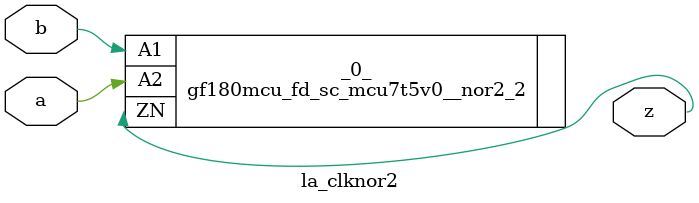
<source format=v>
/* Generated by Yosys 0.37 (git sha1 a5c7f69ed, clang 14.0.0-1ubuntu1.1 -fPIC -Os) */

module la_clknor2(a, b, z);
  input a;
  wire a;
  input b;
  wire b;
  output z;
  wire z;
  gf180mcu_fd_sc_mcu7t5v0__nor2_2 _0_ (
    .A1(b),
    .A2(a),
    .ZN(z)
  );
endmodule

</source>
